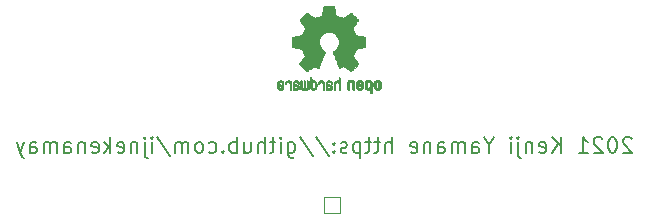
<source format=gbr>
%TF.GenerationSoftware,KiCad,Pcbnew,(5.1.9)-1*%
%TF.CreationDate,2022-01-01T02:22:56+09:00*%
%TF.ProjectId,DiodeORLogic,44696f64-654f-4524-9c6f-6769632e6b69,rev?*%
%TF.SameCoordinates,Original*%
%TF.FileFunction,Legend,Bot*%
%TF.FilePolarity,Positive*%
%FSLAX46Y46*%
G04 Gerber Fmt 4.6, Leading zero omitted, Abs format (unit mm)*
G04 Created by KiCad (PCBNEW (5.1.9)-1) date 2022-01-01 02:22:56*
%MOMM*%
%LPD*%
G01*
G04 APERTURE LIST*
%ADD10C,0.200000*%
%ADD11C,0.120000*%
%ADD12C,0.010000*%
G04 APERTURE END LIST*
D10*
X170120000Y-85761904D02*
X170058095Y-85700000D01*
X169934285Y-85638095D01*
X169624761Y-85638095D01*
X169500952Y-85700000D01*
X169439047Y-85761904D01*
X169377142Y-85885714D01*
X169377142Y-86009523D01*
X169439047Y-86195238D01*
X170181904Y-86938095D01*
X169377142Y-86938095D01*
X168572380Y-85638095D02*
X168448571Y-85638095D01*
X168324761Y-85700000D01*
X168262857Y-85761904D01*
X168200952Y-85885714D01*
X168139047Y-86133333D01*
X168139047Y-86442857D01*
X168200952Y-86690476D01*
X168262857Y-86814285D01*
X168324761Y-86876190D01*
X168448571Y-86938095D01*
X168572380Y-86938095D01*
X168696190Y-86876190D01*
X168758095Y-86814285D01*
X168820000Y-86690476D01*
X168881904Y-86442857D01*
X168881904Y-86133333D01*
X168820000Y-85885714D01*
X168758095Y-85761904D01*
X168696190Y-85700000D01*
X168572380Y-85638095D01*
X167643809Y-85761904D02*
X167581904Y-85700000D01*
X167458095Y-85638095D01*
X167148571Y-85638095D01*
X167024761Y-85700000D01*
X166962857Y-85761904D01*
X166900952Y-85885714D01*
X166900952Y-86009523D01*
X166962857Y-86195238D01*
X167705714Y-86938095D01*
X166900952Y-86938095D01*
X165662857Y-86938095D02*
X166405714Y-86938095D01*
X166034285Y-86938095D02*
X166034285Y-85638095D01*
X166158095Y-85823809D01*
X166281904Y-85947619D01*
X166405714Y-86009523D01*
X164115238Y-86938095D02*
X164115238Y-85638095D01*
X163372380Y-86938095D02*
X163929523Y-86195238D01*
X163372380Y-85638095D02*
X164115238Y-86380952D01*
X162320000Y-86876190D02*
X162443809Y-86938095D01*
X162691428Y-86938095D01*
X162815238Y-86876190D01*
X162877142Y-86752380D01*
X162877142Y-86257142D01*
X162815238Y-86133333D01*
X162691428Y-86071428D01*
X162443809Y-86071428D01*
X162320000Y-86133333D01*
X162258095Y-86257142D01*
X162258095Y-86380952D01*
X162877142Y-86504761D01*
X161700952Y-86071428D02*
X161700952Y-86938095D01*
X161700952Y-86195238D02*
X161639047Y-86133333D01*
X161515238Y-86071428D01*
X161329523Y-86071428D01*
X161205714Y-86133333D01*
X161143809Y-86257142D01*
X161143809Y-86938095D01*
X160524761Y-86071428D02*
X160524761Y-87185714D01*
X160586666Y-87309523D01*
X160710476Y-87371428D01*
X160772380Y-87371428D01*
X160524761Y-85638095D02*
X160586666Y-85700000D01*
X160524761Y-85761904D01*
X160462857Y-85700000D01*
X160524761Y-85638095D01*
X160524761Y-85761904D01*
X159905714Y-86938095D02*
X159905714Y-86071428D01*
X159905714Y-85638095D02*
X159967619Y-85700000D01*
X159905714Y-85761904D01*
X159843809Y-85700000D01*
X159905714Y-85638095D01*
X159905714Y-85761904D01*
X158048571Y-86319047D02*
X158048571Y-86938095D01*
X158481904Y-85638095D02*
X158048571Y-86319047D01*
X157615238Y-85638095D01*
X156624761Y-86938095D02*
X156624761Y-86257142D01*
X156686666Y-86133333D01*
X156810476Y-86071428D01*
X157058095Y-86071428D01*
X157181904Y-86133333D01*
X156624761Y-86876190D02*
X156748571Y-86938095D01*
X157058095Y-86938095D01*
X157181904Y-86876190D01*
X157243809Y-86752380D01*
X157243809Y-86628571D01*
X157181904Y-86504761D01*
X157058095Y-86442857D01*
X156748571Y-86442857D01*
X156624761Y-86380952D01*
X156005714Y-86938095D02*
X156005714Y-86071428D01*
X156005714Y-86195238D02*
X155943809Y-86133333D01*
X155820000Y-86071428D01*
X155634285Y-86071428D01*
X155510476Y-86133333D01*
X155448571Y-86257142D01*
X155448571Y-86938095D01*
X155448571Y-86257142D02*
X155386666Y-86133333D01*
X155262857Y-86071428D01*
X155077142Y-86071428D01*
X154953333Y-86133333D01*
X154891428Y-86257142D01*
X154891428Y-86938095D01*
X153715238Y-86938095D02*
X153715238Y-86257142D01*
X153777142Y-86133333D01*
X153900952Y-86071428D01*
X154148571Y-86071428D01*
X154272380Y-86133333D01*
X153715238Y-86876190D02*
X153839047Y-86938095D01*
X154148571Y-86938095D01*
X154272380Y-86876190D01*
X154334285Y-86752380D01*
X154334285Y-86628571D01*
X154272380Y-86504761D01*
X154148571Y-86442857D01*
X153839047Y-86442857D01*
X153715238Y-86380952D01*
X153096190Y-86071428D02*
X153096190Y-86938095D01*
X153096190Y-86195238D02*
X153034285Y-86133333D01*
X152910476Y-86071428D01*
X152724761Y-86071428D01*
X152600952Y-86133333D01*
X152539047Y-86257142D01*
X152539047Y-86938095D01*
X151424761Y-86876190D02*
X151548571Y-86938095D01*
X151796190Y-86938095D01*
X151920000Y-86876190D01*
X151981904Y-86752380D01*
X151981904Y-86257142D01*
X151920000Y-86133333D01*
X151796190Y-86071428D01*
X151548571Y-86071428D01*
X151424761Y-86133333D01*
X151362857Y-86257142D01*
X151362857Y-86380952D01*
X151981904Y-86504761D01*
X149815238Y-86938095D02*
X149815238Y-85638095D01*
X149258095Y-86938095D02*
X149258095Y-86257142D01*
X149320000Y-86133333D01*
X149443809Y-86071428D01*
X149629523Y-86071428D01*
X149753333Y-86133333D01*
X149815238Y-86195238D01*
X148824761Y-86071428D02*
X148329523Y-86071428D01*
X148639047Y-85638095D02*
X148639047Y-86752380D01*
X148577142Y-86876190D01*
X148453333Y-86938095D01*
X148329523Y-86938095D01*
X148081904Y-86071428D02*
X147586666Y-86071428D01*
X147896190Y-85638095D02*
X147896190Y-86752380D01*
X147834285Y-86876190D01*
X147710476Y-86938095D01*
X147586666Y-86938095D01*
X147153333Y-86071428D02*
X147153333Y-87371428D01*
X147153333Y-86133333D02*
X147029523Y-86071428D01*
X146781904Y-86071428D01*
X146658095Y-86133333D01*
X146596190Y-86195238D01*
X146534285Y-86319047D01*
X146534285Y-86690476D01*
X146596190Y-86814285D01*
X146658095Y-86876190D01*
X146781904Y-86938095D01*
X147029523Y-86938095D01*
X147153333Y-86876190D01*
X146039047Y-86876190D02*
X145915238Y-86938095D01*
X145667619Y-86938095D01*
X145543809Y-86876190D01*
X145481904Y-86752380D01*
X145481904Y-86690476D01*
X145543809Y-86566666D01*
X145667619Y-86504761D01*
X145853333Y-86504761D01*
X145977142Y-86442857D01*
X146039047Y-86319047D01*
X146039047Y-86257142D01*
X145977142Y-86133333D01*
X145853333Y-86071428D01*
X145667619Y-86071428D01*
X145543809Y-86133333D01*
X144924761Y-86814285D02*
X144862857Y-86876190D01*
X144924761Y-86938095D01*
X144986666Y-86876190D01*
X144924761Y-86814285D01*
X144924761Y-86938095D01*
X144924761Y-86133333D02*
X144862857Y-86195238D01*
X144924761Y-86257142D01*
X144986666Y-86195238D01*
X144924761Y-86133333D01*
X144924761Y-86257142D01*
X143377142Y-85576190D02*
X144491428Y-87247619D01*
X142015238Y-85576190D02*
X143129523Y-87247619D01*
X141024761Y-86071428D02*
X141024761Y-87123809D01*
X141086666Y-87247619D01*
X141148571Y-87309523D01*
X141272380Y-87371428D01*
X141458095Y-87371428D01*
X141581904Y-87309523D01*
X141024761Y-86876190D02*
X141148571Y-86938095D01*
X141396190Y-86938095D01*
X141520000Y-86876190D01*
X141581904Y-86814285D01*
X141643809Y-86690476D01*
X141643809Y-86319047D01*
X141581904Y-86195238D01*
X141520000Y-86133333D01*
X141396190Y-86071428D01*
X141148571Y-86071428D01*
X141024761Y-86133333D01*
X140405714Y-86938095D02*
X140405714Y-86071428D01*
X140405714Y-85638095D02*
X140467619Y-85700000D01*
X140405714Y-85761904D01*
X140343809Y-85700000D01*
X140405714Y-85638095D01*
X140405714Y-85761904D01*
X139972380Y-86071428D02*
X139477142Y-86071428D01*
X139786666Y-85638095D02*
X139786666Y-86752380D01*
X139724761Y-86876190D01*
X139600952Y-86938095D01*
X139477142Y-86938095D01*
X139043809Y-86938095D02*
X139043809Y-85638095D01*
X138486666Y-86938095D02*
X138486666Y-86257142D01*
X138548571Y-86133333D01*
X138672380Y-86071428D01*
X138858095Y-86071428D01*
X138981904Y-86133333D01*
X139043809Y-86195238D01*
X137310476Y-86071428D02*
X137310476Y-86938095D01*
X137867619Y-86071428D02*
X137867619Y-86752380D01*
X137805714Y-86876190D01*
X137681904Y-86938095D01*
X137496190Y-86938095D01*
X137372380Y-86876190D01*
X137310476Y-86814285D01*
X136691428Y-86938095D02*
X136691428Y-85638095D01*
X136691428Y-86133333D02*
X136567619Y-86071428D01*
X136319999Y-86071428D01*
X136196190Y-86133333D01*
X136134285Y-86195238D01*
X136072380Y-86319047D01*
X136072380Y-86690476D01*
X136134285Y-86814285D01*
X136196190Y-86876190D01*
X136319999Y-86938095D01*
X136567619Y-86938095D01*
X136691428Y-86876190D01*
X135515238Y-86814285D02*
X135453333Y-86876190D01*
X135515238Y-86938095D01*
X135577142Y-86876190D01*
X135515238Y-86814285D01*
X135515238Y-86938095D01*
X134339047Y-86876190D02*
X134462857Y-86938095D01*
X134710476Y-86938095D01*
X134834285Y-86876190D01*
X134896190Y-86814285D01*
X134958095Y-86690476D01*
X134958095Y-86319047D01*
X134896190Y-86195238D01*
X134834285Y-86133333D01*
X134710476Y-86071428D01*
X134462857Y-86071428D01*
X134339047Y-86133333D01*
X133596190Y-86938095D02*
X133719999Y-86876190D01*
X133781904Y-86814285D01*
X133843809Y-86690476D01*
X133843809Y-86319047D01*
X133781904Y-86195238D01*
X133719999Y-86133333D01*
X133596190Y-86071428D01*
X133410476Y-86071428D01*
X133286666Y-86133333D01*
X133224761Y-86195238D01*
X133162857Y-86319047D01*
X133162857Y-86690476D01*
X133224761Y-86814285D01*
X133286666Y-86876190D01*
X133410476Y-86938095D01*
X133596190Y-86938095D01*
X132605714Y-86938095D02*
X132605714Y-86071428D01*
X132605714Y-86195238D02*
X132543809Y-86133333D01*
X132419999Y-86071428D01*
X132234285Y-86071428D01*
X132110476Y-86133333D01*
X132048571Y-86257142D01*
X132048571Y-86938095D01*
X132048571Y-86257142D02*
X131986666Y-86133333D01*
X131862857Y-86071428D01*
X131677142Y-86071428D01*
X131553333Y-86133333D01*
X131491428Y-86257142D01*
X131491428Y-86938095D01*
X129943809Y-85576190D02*
X131058095Y-87247619D01*
X129510476Y-86938095D02*
X129510476Y-86071428D01*
X129510476Y-85638095D02*
X129572380Y-85700000D01*
X129510476Y-85761904D01*
X129448571Y-85700000D01*
X129510476Y-85638095D01*
X129510476Y-85761904D01*
X128891428Y-86071428D02*
X128891428Y-87185714D01*
X128953333Y-87309523D01*
X129077142Y-87371428D01*
X129139047Y-87371428D01*
X128891428Y-85638095D02*
X128953333Y-85700000D01*
X128891428Y-85761904D01*
X128829523Y-85700000D01*
X128891428Y-85638095D01*
X128891428Y-85761904D01*
X128272380Y-86071428D02*
X128272380Y-86938095D01*
X128272380Y-86195238D02*
X128210476Y-86133333D01*
X128086666Y-86071428D01*
X127900952Y-86071428D01*
X127777142Y-86133333D01*
X127715238Y-86257142D01*
X127715238Y-86938095D01*
X126600952Y-86876190D02*
X126724761Y-86938095D01*
X126972380Y-86938095D01*
X127096190Y-86876190D01*
X127158095Y-86752380D01*
X127158095Y-86257142D01*
X127096190Y-86133333D01*
X126972380Y-86071428D01*
X126724761Y-86071428D01*
X126600952Y-86133333D01*
X126539047Y-86257142D01*
X126539047Y-86380952D01*
X127158095Y-86504761D01*
X125981904Y-86938095D02*
X125981904Y-85638095D01*
X125858095Y-86442857D02*
X125486666Y-86938095D01*
X125486666Y-86071428D02*
X125981904Y-86566666D01*
X124434285Y-86876190D02*
X124558095Y-86938095D01*
X124805714Y-86938095D01*
X124929523Y-86876190D01*
X124991428Y-86752380D01*
X124991428Y-86257142D01*
X124929523Y-86133333D01*
X124805714Y-86071428D01*
X124558095Y-86071428D01*
X124434285Y-86133333D01*
X124372380Y-86257142D01*
X124372380Y-86380952D01*
X124991428Y-86504761D01*
X123815238Y-86071428D02*
X123815238Y-86938095D01*
X123815238Y-86195238D02*
X123753333Y-86133333D01*
X123629523Y-86071428D01*
X123443809Y-86071428D01*
X123319999Y-86133333D01*
X123258095Y-86257142D01*
X123258095Y-86938095D01*
X122081904Y-86938095D02*
X122081904Y-86257142D01*
X122143809Y-86133333D01*
X122267619Y-86071428D01*
X122515238Y-86071428D01*
X122639047Y-86133333D01*
X122081904Y-86876190D02*
X122205714Y-86938095D01*
X122515238Y-86938095D01*
X122639047Y-86876190D01*
X122700952Y-86752380D01*
X122700952Y-86628571D01*
X122639047Y-86504761D01*
X122515238Y-86442857D01*
X122205714Y-86442857D01*
X122081904Y-86380952D01*
X121462857Y-86938095D02*
X121462857Y-86071428D01*
X121462857Y-86195238D02*
X121400952Y-86133333D01*
X121277142Y-86071428D01*
X121091428Y-86071428D01*
X120967619Y-86133333D01*
X120905714Y-86257142D01*
X120905714Y-86938095D01*
X120905714Y-86257142D02*
X120843809Y-86133333D01*
X120719999Y-86071428D01*
X120534285Y-86071428D01*
X120410476Y-86133333D01*
X120348571Y-86257142D01*
X120348571Y-86938095D01*
X119172380Y-86938095D02*
X119172380Y-86257142D01*
X119234285Y-86133333D01*
X119358095Y-86071428D01*
X119605714Y-86071428D01*
X119729523Y-86133333D01*
X119172380Y-86876190D02*
X119296190Y-86938095D01*
X119605714Y-86938095D01*
X119729523Y-86876190D01*
X119791428Y-86752380D01*
X119791428Y-86628571D01*
X119729523Y-86504761D01*
X119605714Y-86442857D01*
X119296190Y-86442857D01*
X119172380Y-86380952D01*
X118677142Y-86071428D02*
X118367619Y-86938095D01*
X118058095Y-86071428D02*
X118367619Y-86938095D01*
X118491428Y-87247619D01*
X118553333Y-87309523D01*
X118677142Y-87371428D01*
D11*
%TO.C,REF1*%
X144050000Y-90650000D02*
X144050000Y-92050000D01*
X145450000Y-90650000D02*
X144050000Y-90650000D01*
X145450000Y-92050000D02*
X145450000Y-90650000D01*
X144050000Y-92050000D02*
X145450000Y-92050000D01*
D12*
%TO.C,REF\u002A\u002A*%
G36*
X144350122Y-74477776D02*
G01*
X144244388Y-74478355D01*
X144167868Y-74479922D01*
X144115628Y-74482972D01*
X144082737Y-74487996D01*
X144064263Y-74495489D01*
X144055273Y-74505944D01*
X144050837Y-74519853D01*
X144050406Y-74521654D01*
X144043667Y-74554145D01*
X144031192Y-74618252D01*
X144014281Y-74707151D01*
X143994229Y-74814019D01*
X143972336Y-74932033D01*
X143971571Y-74936178D01*
X143949641Y-75051831D01*
X143929123Y-75154014D01*
X143911341Y-75236598D01*
X143897619Y-75293456D01*
X143889282Y-75318458D01*
X143888884Y-75318901D01*
X143864323Y-75331110D01*
X143813685Y-75351456D01*
X143747905Y-75375545D01*
X143747539Y-75375674D01*
X143664683Y-75406818D01*
X143567000Y-75446491D01*
X143474923Y-75486381D01*
X143470566Y-75488353D01*
X143320593Y-75556420D01*
X142988502Y-75329639D01*
X142886626Y-75260504D01*
X142794343Y-75198697D01*
X142716997Y-75147733D01*
X142659936Y-75111127D01*
X142628505Y-75092394D01*
X142625521Y-75091004D01*
X142602679Y-75097190D01*
X142560018Y-75127035D01*
X142495872Y-75181947D01*
X142408579Y-75263334D01*
X142319465Y-75349922D01*
X142233559Y-75435247D01*
X142156673Y-75513108D01*
X142093436Y-75578697D01*
X142048477Y-75627205D01*
X142026424Y-75653825D01*
X142025604Y-75655195D01*
X142023166Y-75673463D01*
X142032350Y-75703295D01*
X142055426Y-75748721D01*
X142094663Y-75813770D01*
X142152330Y-75902470D01*
X142229205Y-76016657D01*
X142297430Y-76117162D01*
X142358418Y-76207303D01*
X142408644Y-76281849D01*
X142444584Y-76335565D01*
X142462713Y-76363218D01*
X142463854Y-76365095D01*
X142461641Y-76391590D01*
X142444862Y-76443086D01*
X142416858Y-76509851D01*
X142406878Y-76531172D01*
X142363328Y-76626159D01*
X142316866Y-76733937D01*
X142279123Y-76827192D01*
X142251927Y-76896406D01*
X142230325Y-76949006D01*
X142217842Y-76976497D01*
X142216291Y-76978616D01*
X142193332Y-76982124D01*
X142139214Y-76991738D01*
X142061132Y-77006089D01*
X141966281Y-77023807D01*
X141861857Y-77043525D01*
X141755056Y-77063874D01*
X141653074Y-77083486D01*
X141563106Y-77100991D01*
X141492347Y-77115022D01*
X141447994Y-77124209D01*
X141437115Y-77126807D01*
X141425878Y-77133218D01*
X141417395Y-77147697D01*
X141411286Y-77175133D01*
X141407168Y-77220411D01*
X141404659Y-77288420D01*
X141403379Y-77384047D01*
X141402946Y-77512180D01*
X141402923Y-77564701D01*
X141402923Y-77991845D01*
X141505500Y-78012091D01*
X141562569Y-78023070D01*
X141647731Y-78039095D01*
X141750628Y-78058233D01*
X141860904Y-78078551D01*
X141891385Y-78084132D01*
X141993145Y-78103917D01*
X142081795Y-78123373D01*
X142149892Y-78140697D01*
X142189996Y-78154088D01*
X142196677Y-78158079D01*
X142213081Y-78186342D01*
X142236601Y-78241109D01*
X142262684Y-78311588D01*
X142267858Y-78326769D01*
X142302044Y-78420896D01*
X142344477Y-78527101D01*
X142386003Y-78622473D01*
X142386208Y-78622916D01*
X142455360Y-78772525D01*
X142000488Y-79441617D01*
X142292500Y-79734116D01*
X142380820Y-79821170D01*
X142461375Y-79897909D01*
X142529640Y-79960237D01*
X142581092Y-80004056D01*
X142611206Y-80025270D01*
X142615526Y-80026616D01*
X142640889Y-80016016D01*
X142692642Y-79986547D01*
X142765132Y-79941705D01*
X142852706Y-79884984D01*
X142947388Y-79821462D01*
X143043484Y-79756668D01*
X143129163Y-79700287D01*
X143198984Y-79655788D01*
X143247506Y-79626639D01*
X143269218Y-79616308D01*
X143295707Y-79625050D01*
X143345938Y-79648087D01*
X143409549Y-79680631D01*
X143416292Y-79684249D01*
X143501954Y-79727210D01*
X143560694Y-79748279D01*
X143597228Y-79748503D01*
X143616269Y-79728928D01*
X143616380Y-79728654D01*
X143625898Y-79705472D01*
X143648597Y-79650441D01*
X143682718Y-79567822D01*
X143726500Y-79461872D01*
X143778184Y-79336852D01*
X143836008Y-79197020D01*
X143892009Y-79061637D01*
X143953553Y-78912234D01*
X144010061Y-78773832D01*
X144059839Y-78650673D01*
X144101194Y-78547002D01*
X144132432Y-78467059D01*
X144151859Y-78415088D01*
X144157846Y-78395692D01*
X144142832Y-78373443D01*
X144103561Y-78337982D01*
X144051193Y-78298887D01*
X143902059Y-78175245D01*
X143785489Y-78033522D01*
X143702882Y-77876704D01*
X143655634Y-77707775D01*
X143645143Y-77529722D01*
X143652769Y-77447539D01*
X143694318Y-77277031D01*
X143765877Y-77126459D01*
X143863005Y-76997309D01*
X143981266Y-76891064D01*
X144116220Y-76809210D01*
X144263429Y-76753232D01*
X144418456Y-76724615D01*
X144576861Y-76724844D01*
X144734206Y-76755405D01*
X144886054Y-76817782D01*
X145027965Y-76913460D01*
X145087197Y-76967572D01*
X145200797Y-77106520D01*
X145279894Y-77258361D01*
X145325014Y-77418667D01*
X145336684Y-77583012D01*
X145315431Y-77746971D01*
X145261780Y-77906118D01*
X145176260Y-78056025D01*
X145059395Y-78192267D01*
X144928807Y-78298887D01*
X144874412Y-78339642D01*
X144835986Y-78374718D01*
X144822154Y-78395726D01*
X144829397Y-78418635D01*
X144849995Y-78473365D01*
X144882254Y-78555672D01*
X144924479Y-78661315D01*
X144974977Y-78786050D01*
X145032052Y-78925636D01*
X145088146Y-79061670D01*
X145150033Y-79211201D01*
X145207356Y-79349767D01*
X145258356Y-79473107D01*
X145301273Y-79576964D01*
X145334347Y-79657080D01*
X145355819Y-79709195D01*
X145363775Y-79728654D01*
X145382571Y-79748423D01*
X145418926Y-79748365D01*
X145477521Y-79727441D01*
X145563032Y-79684613D01*
X145563708Y-79684249D01*
X145628093Y-79651012D01*
X145680139Y-79626802D01*
X145709488Y-79616404D01*
X145710783Y-79616308D01*
X145732876Y-79626855D01*
X145781652Y-79656184D01*
X145851669Y-79700827D01*
X145937486Y-79757314D01*
X146032612Y-79821462D01*
X146129460Y-79886411D01*
X146216747Y-79942896D01*
X146288819Y-79987421D01*
X146340023Y-80016490D01*
X146364474Y-80026616D01*
X146386990Y-80013307D01*
X146432258Y-79976112D01*
X146495756Y-79919128D01*
X146572961Y-79846449D01*
X146659349Y-79762171D01*
X146687601Y-79734016D01*
X146979713Y-79441416D01*
X146757369Y-79115104D01*
X146689798Y-79014897D01*
X146630493Y-78924963D01*
X146582783Y-78850510D01*
X146549993Y-78796751D01*
X146535452Y-78768894D01*
X146535026Y-78766912D01*
X146542692Y-78740655D01*
X146563311Y-78687837D01*
X146593315Y-78617310D01*
X146614375Y-78570093D01*
X146653752Y-78479694D01*
X146690835Y-78388366D01*
X146719585Y-78311200D01*
X146727395Y-78287692D01*
X146749583Y-78224916D01*
X146771273Y-78176411D01*
X146783187Y-78158079D01*
X146809477Y-78146859D01*
X146866858Y-78130954D01*
X146947882Y-78112167D01*
X147045105Y-78092299D01*
X147088615Y-78084132D01*
X147199104Y-78063829D01*
X147305084Y-78044170D01*
X147396199Y-78027088D01*
X147462092Y-78014518D01*
X147474500Y-78012091D01*
X147577077Y-77991845D01*
X147577077Y-77564701D01*
X147576847Y-77424246D01*
X147575901Y-77317979D01*
X147573859Y-77241013D01*
X147570338Y-77188460D01*
X147564957Y-77155433D01*
X147557334Y-77137045D01*
X147547088Y-77128408D01*
X147542885Y-77126807D01*
X147517530Y-77121127D01*
X147461516Y-77109795D01*
X147382036Y-77094179D01*
X147286288Y-77075647D01*
X147181467Y-77055569D01*
X147074768Y-77035312D01*
X146973387Y-77016246D01*
X146884521Y-76999739D01*
X146815363Y-76987159D01*
X146773111Y-76979875D01*
X146763710Y-76978616D01*
X146755193Y-76961763D01*
X146736340Y-76916870D01*
X146710676Y-76852430D01*
X146700877Y-76827192D01*
X146661352Y-76729686D01*
X146614808Y-76621959D01*
X146573123Y-76531172D01*
X146542450Y-76461753D01*
X146522044Y-76404710D01*
X146515232Y-76369777D01*
X146516318Y-76365095D01*
X146530715Y-76342991D01*
X146563588Y-76293831D01*
X146611410Y-76222848D01*
X146670652Y-76135278D01*
X146737785Y-76036357D01*
X146751059Y-76016830D01*
X146828954Y-75901140D01*
X146886213Y-75813044D01*
X146925119Y-75748486D01*
X146947956Y-75703411D01*
X146957006Y-75673763D01*
X146954552Y-75655485D01*
X146954489Y-75655369D01*
X146935173Y-75631361D01*
X146892449Y-75584947D01*
X146830949Y-75520937D01*
X146755302Y-75444145D01*
X146670139Y-75359382D01*
X146660535Y-75349922D01*
X146553210Y-75245989D01*
X146470385Y-75169675D01*
X146410395Y-75119571D01*
X146371577Y-75094270D01*
X146354480Y-75091004D01*
X146329527Y-75105250D01*
X146277745Y-75138156D01*
X146204480Y-75186208D01*
X146115080Y-75245890D01*
X146014889Y-75313688D01*
X145991499Y-75329639D01*
X145659407Y-75556420D01*
X145509435Y-75488353D01*
X145418230Y-75448685D01*
X145320331Y-75408791D01*
X145236169Y-75376983D01*
X145232462Y-75375674D01*
X145166631Y-75351576D01*
X145115884Y-75331200D01*
X145091158Y-75318936D01*
X145091116Y-75318901D01*
X145083271Y-75296734D01*
X145069934Y-75242217D01*
X145052430Y-75161480D01*
X145032083Y-75060650D01*
X145010218Y-74945856D01*
X145008429Y-74936178D01*
X144986496Y-74817904D01*
X144966360Y-74710542D01*
X144949320Y-74620917D01*
X144936672Y-74555851D01*
X144929716Y-74522168D01*
X144929594Y-74521654D01*
X144925361Y-74507325D01*
X144917129Y-74496507D01*
X144899967Y-74488706D01*
X144868942Y-74483429D01*
X144819122Y-74480182D01*
X144745576Y-74478472D01*
X144643371Y-74477807D01*
X144507575Y-74477693D01*
X144490000Y-74477692D01*
X144350122Y-74477776D01*
G37*
X144350122Y-74477776D02*
X144244388Y-74478355D01*
X144167868Y-74479922D01*
X144115628Y-74482972D01*
X144082737Y-74487996D01*
X144064263Y-74495489D01*
X144055273Y-74505944D01*
X144050837Y-74519853D01*
X144050406Y-74521654D01*
X144043667Y-74554145D01*
X144031192Y-74618252D01*
X144014281Y-74707151D01*
X143994229Y-74814019D01*
X143972336Y-74932033D01*
X143971571Y-74936178D01*
X143949641Y-75051831D01*
X143929123Y-75154014D01*
X143911341Y-75236598D01*
X143897619Y-75293456D01*
X143889282Y-75318458D01*
X143888884Y-75318901D01*
X143864323Y-75331110D01*
X143813685Y-75351456D01*
X143747905Y-75375545D01*
X143747539Y-75375674D01*
X143664683Y-75406818D01*
X143567000Y-75446491D01*
X143474923Y-75486381D01*
X143470566Y-75488353D01*
X143320593Y-75556420D01*
X142988502Y-75329639D01*
X142886626Y-75260504D01*
X142794343Y-75198697D01*
X142716997Y-75147733D01*
X142659936Y-75111127D01*
X142628505Y-75092394D01*
X142625521Y-75091004D01*
X142602679Y-75097190D01*
X142560018Y-75127035D01*
X142495872Y-75181947D01*
X142408579Y-75263334D01*
X142319465Y-75349922D01*
X142233559Y-75435247D01*
X142156673Y-75513108D01*
X142093436Y-75578697D01*
X142048477Y-75627205D01*
X142026424Y-75653825D01*
X142025604Y-75655195D01*
X142023166Y-75673463D01*
X142032350Y-75703295D01*
X142055426Y-75748721D01*
X142094663Y-75813770D01*
X142152330Y-75902470D01*
X142229205Y-76016657D01*
X142297430Y-76117162D01*
X142358418Y-76207303D01*
X142408644Y-76281849D01*
X142444584Y-76335565D01*
X142462713Y-76363218D01*
X142463854Y-76365095D01*
X142461641Y-76391590D01*
X142444862Y-76443086D01*
X142416858Y-76509851D01*
X142406878Y-76531172D01*
X142363328Y-76626159D01*
X142316866Y-76733937D01*
X142279123Y-76827192D01*
X142251927Y-76896406D01*
X142230325Y-76949006D01*
X142217842Y-76976497D01*
X142216291Y-76978616D01*
X142193332Y-76982124D01*
X142139214Y-76991738D01*
X142061132Y-77006089D01*
X141966281Y-77023807D01*
X141861857Y-77043525D01*
X141755056Y-77063874D01*
X141653074Y-77083486D01*
X141563106Y-77100991D01*
X141492347Y-77115022D01*
X141447994Y-77124209D01*
X141437115Y-77126807D01*
X141425878Y-77133218D01*
X141417395Y-77147697D01*
X141411286Y-77175133D01*
X141407168Y-77220411D01*
X141404659Y-77288420D01*
X141403379Y-77384047D01*
X141402946Y-77512180D01*
X141402923Y-77564701D01*
X141402923Y-77991845D01*
X141505500Y-78012091D01*
X141562569Y-78023070D01*
X141647731Y-78039095D01*
X141750628Y-78058233D01*
X141860904Y-78078551D01*
X141891385Y-78084132D01*
X141993145Y-78103917D01*
X142081795Y-78123373D01*
X142149892Y-78140697D01*
X142189996Y-78154088D01*
X142196677Y-78158079D01*
X142213081Y-78186342D01*
X142236601Y-78241109D01*
X142262684Y-78311588D01*
X142267858Y-78326769D01*
X142302044Y-78420896D01*
X142344477Y-78527101D01*
X142386003Y-78622473D01*
X142386208Y-78622916D01*
X142455360Y-78772525D01*
X142000488Y-79441617D01*
X142292500Y-79734116D01*
X142380820Y-79821170D01*
X142461375Y-79897909D01*
X142529640Y-79960237D01*
X142581092Y-80004056D01*
X142611206Y-80025270D01*
X142615526Y-80026616D01*
X142640889Y-80016016D01*
X142692642Y-79986547D01*
X142765132Y-79941705D01*
X142852706Y-79884984D01*
X142947388Y-79821462D01*
X143043484Y-79756668D01*
X143129163Y-79700287D01*
X143198984Y-79655788D01*
X143247506Y-79626639D01*
X143269218Y-79616308D01*
X143295707Y-79625050D01*
X143345938Y-79648087D01*
X143409549Y-79680631D01*
X143416292Y-79684249D01*
X143501954Y-79727210D01*
X143560694Y-79748279D01*
X143597228Y-79748503D01*
X143616269Y-79728928D01*
X143616380Y-79728654D01*
X143625898Y-79705472D01*
X143648597Y-79650441D01*
X143682718Y-79567822D01*
X143726500Y-79461872D01*
X143778184Y-79336852D01*
X143836008Y-79197020D01*
X143892009Y-79061637D01*
X143953553Y-78912234D01*
X144010061Y-78773832D01*
X144059839Y-78650673D01*
X144101194Y-78547002D01*
X144132432Y-78467059D01*
X144151859Y-78415088D01*
X144157846Y-78395692D01*
X144142832Y-78373443D01*
X144103561Y-78337982D01*
X144051193Y-78298887D01*
X143902059Y-78175245D01*
X143785489Y-78033522D01*
X143702882Y-77876704D01*
X143655634Y-77707775D01*
X143645143Y-77529722D01*
X143652769Y-77447539D01*
X143694318Y-77277031D01*
X143765877Y-77126459D01*
X143863005Y-76997309D01*
X143981266Y-76891064D01*
X144116220Y-76809210D01*
X144263429Y-76753232D01*
X144418456Y-76724615D01*
X144576861Y-76724844D01*
X144734206Y-76755405D01*
X144886054Y-76817782D01*
X145027965Y-76913460D01*
X145087197Y-76967572D01*
X145200797Y-77106520D01*
X145279894Y-77258361D01*
X145325014Y-77418667D01*
X145336684Y-77583012D01*
X145315431Y-77746971D01*
X145261780Y-77906118D01*
X145176260Y-78056025D01*
X145059395Y-78192267D01*
X144928807Y-78298887D01*
X144874412Y-78339642D01*
X144835986Y-78374718D01*
X144822154Y-78395726D01*
X144829397Y-78418635D01*
X144849995Y-78473365D01*
X144882254Y-78555672D01*
X144924479Y-78661315D01*
X144974977Y-78786050D01*
X145032052Y-78925636D01*
X145088146Y-79061670D01*
X145150033Y-79211201D01*
X145207356Y-79349767D01*
X145258356Y-79473107D01*
X145301273Y-79576964D01*
X145334347Y-79657080D01*
X145355819Y-79709195D01*
X145363775Y-79728654D01*
X145382571Y-79748423D01*
X145418926Y-79748365D01*
X145477521Y-79727441D01*
X145563032Y-79684613D01*
X145563708Y-79684249D01*
X145628093Y-79651012D01*
X145680139Y-79626802D01*
X145709488Y-79616404D01*
X145710783Y-79616308D01*
X145732876Y-79626855D01*
X145781652Y-79656184D01*
X145851669Y-79700827D01*
X145937486Y-79757314D01*
X146032612Y-79821462D01*
X146129460Y-79886411D01*
X146216747Y-79942896D01*
X146288819Y-79987421D01*
X146340023Y-80016490D01*
X146364474Y-80026616D01*
X146386990Y-80013307D01*
X146432258Y-79976112D01*
X146495756Y-79919128D01*
X146572961Y-79846449D01*
X146659349Y-79762171D01*
X146687601Y-79734016D01*
X146979713Y-79441416D01*
X146757369Y-79115104D01*
X146689798Y-79014897D01*
X146630493Y-78924963D01*
X146582783Y-78850510D01*
X146549993Y-78796751D01*
X146535452Y-78768894D01*
X146535026Y-78766912D01*
X146542692Y-78740655D01*
X146563311Y-78687837D01*
X146593315Y-78617310D01*
X146614375Y-78570093D01*
X146653752Y-78479694D01*
X146690835Y-78388366D01*
X146719585Y-78311200D01*
X146727395Y-78287692D01*
X146749583Y-78224916D01*
X146771273Y-78176411D01*
X146783187Y-78158079D01*
X146809477Y-78146859D01*
X146866858Y-78130954D01*
X146947882Y-78112167D01*
X147045105Y-78092299D01*
X147088615Y-78084132D01*
X147199104Y-78063829D01*
X147305084Y-78044170D01*
X147396199Y-78027088D01*
X147462092Y-78014518D01*
X147474500Y-78012091D01*
X147577077Y-77991845D01*
X147577077Y-77564701D01*
X147576847Y-77424246D01*
X147575901Y-77317979D01*
X147573859Y-77241013D01*
X147570338Y-77188460D01*
X147564957Y-77155433D01*
X147557334Y-77137045D01*
X147547088Y-77128408D01*
X147542885Y-77126807D01*
X147517530Y-77121127D01*
X147461516Y-77109795D01*
X147382036Y-77094179D01*
X147286288Y-77075647D01*
X147181467Y-77055569D01*
X147074768Y-77035312D01*
X146973387Y-77016246D01*
X146884521Y-76999739D01*
X146815363Y-76987159D01*
X146773111Y-76979875D01*
X146763710Y-76978616D01*
X146755193Y-76961763D01*
X146736340Y-76916870D01*
X146710676Y-76852430D01*
X146700877Y-76827192D01*
X146661352Y-76729686D01*
X146614808Y-76621959D01*
X146573123Y-76531172D01*
X146542450Y-76461753D01*
X146522044Y-76404710D01*
X146515232Y-76369777D01*
X146516318Y-76365095D01*
X146530715Y-76342991D01*
X146563588Y-76293831D01*
X146611410Y-76222848D01*
X146670652Y-76135278D01*
X146737785Y-76036357D01*
X146751059Y-76016830D01*
X146828954Y-75901140D01*
X146886213Y-75813044D01*
X146925119Y-75748486D01*
X146947956Y-75703411D01*
X146957006Y-75673763D01*
X146954552Y-75655485D01*
X146954489Y-75655369D01*
X146935173Y-75631361D01*
X146892449Y-75584947D01*
X146830949Y-75520937D01*
X146755302Y-75444145D01*
X146670139Y-75359382D01*
X146660535Y-75349922D01*
X146553210Y-75245989D01*
X146470385Y-75169675D01*
X146410395Y-75119571D01*
X146371577Y-75094270D01*
X146354480Y-75091004D01*
X146329527Y-75105250D01*
X146277745Y-75138156D01*
X146204480Y-75186208D01*
X146115080Y-75245890D01*
X146014889Y-75313688D01*
X145991499Y-75329639D01*
X145659407Y-75556420D01*
X145509435Y-75488353D01*
X145418230Y-75448685D01*
X145320331Y-75408791D01*
X145236169Y-75376983D01*
X145232462Y-75375674D01*
X145166631Y-75351576D01*
X145115884Y-75331200D01*
X145091158Y-75318936D01*
X145091116Y-75318901D01*
X145083271Y-75296734D01*
X145069934Y-75242217D01*
X145052430Y-75161480D01*
X145032083Y-75060650D01*
X145010218Y-74945856D01*
X145008429Y-74936178D01*
X144986496Y-74817904D01*
X144966360Y-74710542D01*
X144949320Y-74620917D01*
X144936672Y-74555851D01*
X144929716Y-74522168D01*
X144929594Y-74521654D01*
X144925361Y-74507325D01*
X144917129Y-74496507D01*
X144899967Y-74488706D01*
X144868942Y-74483429D01*
X144819122Y-74480182D01*
X144745576Y-74478472D01*
X144643371Y-74477807D01*
X144507575Y-74477693D01*
X144490000Y-74477692D01*
X144350122Y-74477776D01*
G36*
X140244776Y-80837838D02*
G01*
X140167472Y-80888361D01*
X140130186Y-80933590D01*
X140100647Y-81015663D01*
X140098301Y-81080607D01*
X140103615Y-81167445D01*
X140303885Y-81255103D01*
X140401261Y-81299887D01*
X140464887Y-81335913D01*
X140497971Y-81367117D01*
X140503720Y-81397436D01*
X140485342Y-81430805D01*
X140465077Y-81452923D01*
X140406111Y-81488393D01*
X140341976Y-81490879D01*
X140283074Y-81463235D01*
X140239803Y-81408320D01*
X140232064Y-81388928D01*
X140194994Y-81328364D01*
X140152346Y-81302552D01*
X140093846Y-81280471D01*
X140093846Y-81364184D01*
X140099018Y-81421150D01*
X140119277Y-81469189D01*
X140161738Y-81524346D01*
X140168049Y-81531514D01*
X140215280Y-81580585D01*
X140255879Y-81606920D01*
X140306672Y-81619035D01*
X140348780Y-81623003D01*
X140424098Y-81623991D01*
X140477714Y-81611466D01*
X140511162Y-81592869D01*
X140563732Y-81551975D01*
X140600121Y-81507748D01*
X140623150Y-81452126D01*
X140635641Y-81377047D01*
X140640413Y-81274449D01*
X140640794Y-81222376D01*
X140639499Y-81159948D01*
X140521529Y-81159948D01*
X140520161Y-81193438D01*
X140516751Y-81198923D01*
X140494247Y-81191472D01*
X140445818Y-81171753D01*
X140381092Y-81143718D01*
X140367557Y-81137692D01*
X140285756Y-81096096D01*
X140240688Y-81059538D01*
X140230783Y-81025296D01*
X140254474Y-80990648D01*
X140274040Y-80975339D01*
X140344640Y-80944721D01*
X140410720Y-80949780D01*
X140466041Y-80987151D01*
X140504364Y-81053473D01*
X140516651Y-81106116D01*
X140521529Y-81159948D01*
X140639499Y-81159948D01*
X140638270Y-81100720D01*
X140628968Y-81010710D01*
X140610540Y-80945167D01*
X140580640Y-80896912D01*
X140536920Y-80858767D01*
X140517859Y-80846440D01*
X140431274Y-80814336D01*
X140336478Y-80812316D01*
X140244776Y-80837838D01*
G37*
X140244776Y-80837838D02*
X140167472Y-80888361D01*
X140130186Y-80933590D01*
X140100647Y-81015663D01*
X140098301Y-81080607D01*
X140103615Y-81167445D01*
X140303885Y-81255103D01*
X140401261Y-81299887D01*
X140464887Y-81335913D01*
X140497971Y-81367117D01*
X140503720Y-81397436D01*
X140485342Y-81430805D01*
X140465077Y-81452923D01*
X140406111Y-81488393D01*
X140341976Y-81490879D01*
X140283074Y-81463235D01*
X140239803Y-81408320D01*
X140232064Y-81388928D01*
X140194994Y-81328364D01*
X140152346Y-81302552D01*
X140093846Y-81280471D01*
X140093846Y-81364184D01*
X140099018Y-81421150D01*
X140119277Y-81469189D01*
X140161738Y-81524346D01*
X140168049Y-81531514D01*
X140215280Y-81580585D01*
X140255879Y-81606920D01*
X140306672Y-81619035D01*
X140348780Y-81623003D01*
X140424098Y-81623991D01*
X140477714Y-81611466D01*
X140511162Y-81592869D01*
X140563732Y-81551975D01*
X140600121Y-81507748D01*
X140623150Y-81452126D01*
X140635641Y-81377047D01*
X140640413Y-81274449D01*
X140640794Y-81222376D01*
X140639499Y-81159948D01*
X140521529Y-81159948D01*
X140520161Y-81193438D01*
X140516751Y-81198923D01*
X140494247Y-81191472D01*
X140445818Y-81171753D01*
X140381092Y-81143718D01*
X140367557Y-81137692D01*
X140285756Y-81096096D01*
X140240688Y-81059538D01*
X140230783Y-81025296D01*
X140254474Y-80990648D01*
X140274040Y-80975339D01*
X140344640Y-80944721D01*
X140410720Y-80949780D01*
X140466041Y-80987151D01*
X140504364Y-81053473D01*
X140516651Y-81106116D01*
X140521529Y-81159948D01*
X140639499Y-81159948D01*
X140638270Y-81100720D01*
X140628968Y-81010710D01*
X140610540Y-80945167D01*
X140580640Y-80896912D01*
X140536920Y-80858767D01*
X140517859Y-80846440D01*
X140431274Y-80814336D01*
X140336478Y-80812316D01*
X140244776Y-80837838D01*
G36*
X140919193Y-80826782D02*
G01*
X140895839Y-80836988D01*
X140840098Y-80881134D01*
X140792431Y-80944967D01*
X140762952Y-81013087D01*
X140758154Y-81046670D01*
X140774240Y-81093556D01*
X140809525Y-81118365D01*
X140847356Y-81133387D01*
X140864679Y-81136155D01*
X140873114Y-81116066D01*
X140889770Y-81072351D01*
X140897077Y-81052598D01*
X140938052Y-80984271D01*
X140997378Y-80950191D01*
X141073448Y-80951239D01*
X141079082Y-80952581D01*
X141119695Y-80971836D01*
X141149552Y-81009375D01*
X141169945Y-81069809D01*
X141182164Y-81157751D01*
X141187500Y-81277813D01*
X141188000Y-81341698D01*
X141188248Y-81442403D01*
X141189874Y-81511054D01*
X141194199Y-81554673D01*
X141202546Y-81580282D01*
X141216235Y-81594903D01*
X141236589Y-81605558D01*
X141237766Y-81606095D01*
X141276962Y-81622667D01*
X141296381Y-81628769D01*
X141299365Y-81610319D01*
X141301919Y-81559323D01*
X141303860Y-81482308D01*
X141305003Y-81385805D01*
X141305231Y-81315184D01*
X141304068Y-81178525D01*
X141299521Y-81074851D01*
X141290001Y-80998108D01*
X141273919Y-80942246D01*
X141249687Y-80901212D01*
X141215714Y-80868954D01*
X141182167Y-80846440D01*
X141101501Y-80816476D01*
X141007619Y-80809718D01*
X140919193Y-80826782D01*
G37*
X140919193Y-80826782D02*
X140895839Y-80836988D01*
X140840098Y-80881134D01*
X140792431Y-80944967D01*
X140762952Y-81013087D01*
X140758154Y-81046670D01*
X140774240Y-81093556D01*
X140809525Y-81118365D01*
X140847356Y-81133387D01*
X140864679Y-81136155D01*
X140873114Y-81116066D01*
X140889770Y-81072351D01*
X140897077Y-81052598D01*
X140938052Y-80984271D01*
X140997378Y-80950191D01*
X141073448Y-80951239D01*
X141079082Y-80952581D01*
X141119695Y-80971836D01*
X141149552Y-81009375D01*
X141169945Y-81069809D01*
X141182164Y-81157751D01*
X141187500Y-81277813D01*
X141188000Y-81341698D01*
X141188248Y-81442403D01*
X141189874Y-81511054D01*
X141194199Y-81554673D01*
X141202546Y-81580282D01*
X141216235Y-81594903D01*
X141236589Y-81605558D01*
X141237766Y-81606095D01*
X141276962Y-81622667D01*
X141296381Y-81628769D01*
X141299365Y-81610319D01*
X141301919Y-81559323D01*
X141303860Y-81482308D01*
X141305003Y-81385805D01*
X141305231Y-81315184D01*
X141304068Y-81178525D01*
X141299521Y-81074851D01*
X141290001Y-80998108D01*
X141273919Y-80942246D01*
X141249687Y-80901212D01*
X141215714Y-80868954D01*
X141182167Y-80846440D01*
X141101501Y-80816476D01*
X141007619Y-80809718D01*
X140919193Y-80826782D01*
G36*
X141602667Y-80823528D02*
G01*
X141546410Y-80849117D01*
X141502253Y-80880124D01*
X141469899Y-80914795D01*
X141447562Y-80959520D01*
X141433454Y-81020692D01*
X141425789Y-81104701D01*
X141422780Y-81217940D01*
X141422462Y-81292509D01*
X141422462Y-81583420D01*
X141472227Y-81606095D01*
X141511424Y-81622667D01*
X141530843Y-81628769D01*
X141534558Y-81610610D01*
X141537505Y-81561648D01*
X141539309Y-81490153D01*
X141539692Y-81433385D01*
X141541339Y-81351371D01*
X141545778Y-81286309D01*
X141552260Y-81246467D01*
X141557410Y-81238000D01*
X141592023Y-81246646D01*
X141646360Y-81268823D01*
X141709278Y-81298886D01*
X141769632Y-81331192D01*
X141816279Y-81360098D01*
X141838074Y-81379961D01*
X141838161Y-81380175D01*
X141836286Y-81416935D01*
X141819475Y-81452026D01*
X141789961Y-81480528D01*
X141746884Y-81490061D01*
X141710068Y-81488950D01*
X141657926Y-81488133D01*
X141630556Y-81500349D01*
X141614118Y-81532624D01*
X141612045Y-81538710D01*
X141604919Y-81584739D01*
X141623976Y-81612687D01*
X141673647Y-81626007D01*
X141727303Y-81628470D01*
X141823858Y-81610210D01*
X141873841Y-81584131D01*
X141935571Y-81522868D01*
X141968310Y-81447670D01*
X141971247Y-81368211D01*
X141943576Y-81294167D01*
X141901953Y-81247769D01*
X141860396Y-81221793D01*
X141795078Y-81188907D01*
X141718962Y-81155557D01*
X141706274Y-81150461D01*
X141622667Y-81113565D01*
X141574470Y-81081046D01*
X141558970Y-81048718D01*
X141573450Y-81012394D01*
X141598308Y-80984000D01*
X141657061Y-80949039D01*
X141721707Y-80946417D01*
X141780992Y-80973358D01*
X141823661Y-81027088D01*
X141829261Y-81040950D01*
X141861867Y-81091936D01*
X141909470Y-81129787D01*
X141969539Y-81160850D01*
X141969539Y-81072768D01*
X141966003Y-81018951D01*
X141950844Y-80976534D01*
X141917232Y-80931279D01*
X141884965Y-80896420D01*
X141834791Y-80847062D01*
X141795807Y-80820547D01*
X141753936Y-80809911D01*
X141706540Y-80808154D01*
X141602667Y-80823528D01*
G37*
X141602667Y-80823528D02*
X141546410Y-80849117D01*
X141502253Y-80880124D01*
X141469899Y-80914795D01*
X141447562Y-80959520D01*
X141433454Y-81020692D01*
X141425789Y-81104701D01*
X141422780Y-81217940D01*
X141422462Y-81292509D01*
X141422462Y-81583420D01*
X141472227Y-81606095D01*
X141511424Y-81622667D01*
X141530843Y-81628769D01*
X141534558Y-81610610D01*
X141537505Y-81561648D01*
X141539309Y-81490153D01*
X141539692Y-81433385D01*
X141541339Y-81351371D01*
X141545778Y-81286309D01*
X141552260Y-81246467D01*
X141557410Y-81238000D01*
X141592023Y-81246646D01*
X141646360Y-81268823D01*
X141709278Y-81298886D01*
X141769632Y-81331192D01*
X141816279Y-81360098D01*
X141838074Y-81379961D01*
X141838161Y-81380175D01*
X141836286Y-81416935D01*
X141819475Y-81452026D01*
X141789961Y-81480528D01*
X141746884Y-81490061D01*
X141710068Y-81488950D01*
X141657926Y-81488133D01*
X141630556Y-81500349D01*
X141614118Y-81532624D01*
X141612045Y-81538710D01*
X141604919Y-81584739D01*
X141623976Y-81612687D01*
X141673647Y-81626007D01*
X141727303Y-81628470D01*
X141823858Y-81610210D01*
X141873841Y-81584131D01*
X141935571Y-81522868D01*
X141968310Y-81447670D01*
X141971247Y-81368211D01*
X141943576Y-81294167D01*
X141901953Y-81247769D01*
X141860396Y-81221793D01*
X141795078Y-81188907D01*
X141718962Y-81155557D01*
X141706274Y-81150461D01*
X141622667Y-81113565D01*
X141574470Y-81081046D01*
X141558970Y-81048718D01*
X141573450Y-81012394D01*
X141598308Y-80984000D01*
X141657061Y-80949039D01*
X141721707Y-80946417D01*
X141780992Y-80973358D01*
X141823661Y-81027088D01*
X141829261Y-81040950D01*
X141861867Y-81091936D01*
X141909470Y-81129787D01*
X141969539Y-81160850D01*
X141969539Y-81072768D01*
X141966003Y-81018951D01*
X141950844Y-80976534D01*
X141917232Y-80931279D01*
X141884965Y-80896420D01*
X141834791Y-80847062D01*
X141795807Y-80820547D01*
X141753936Y-80809911D01*
X141706540Y-80808154D01*
X141602667Y-80823528D01*
G36*
X142094071Y-80826662D02*
G01*
X142091089Y-80878068D01*
X142088753Y-80956192D01*
X142087251Y-81054857D01*
X142086769Y-81158343D01*
X142086769Y-81508533D01*
X142148599Y-81570363D01*
X142191207Y-81608462D01*
X142228610Y-81623895D01*
X142279730Y-81622918D01*
X142300022Y-81620433D01*
X142363446Y-81613200D01*
X142415905Y-81609055D01*
X142428692Y-81608672D01*
X142471801Y-81611176D01*
X142533456Y-81617462D01*
X142557362Y-81620433D01*
X142616078Y-81625028D01*
X142655536Y-81615046D01*
X142694662Y-81584228D01*
X142708785Y-81570363D01*
X142770615Y-81508533D01*
X142770615Y-80853503D01*
X142720850Y-80830829D01*
X142677998Y-80814034D01*
X142652927Y-80808154D01*
X142646499Y-80826736D01*
X142640491Y-80878655D01*
X142635303Y-80958172D01*
X142631336Y-81059546D01*
X142629423Y-81145192D01*
X142624077Y-81482231D01*
X142577440Y-81488825D01*
X142535024Y-81484214D01*
X142514240Y-81469287D01*
X142508430Y-81441377D01*
X142503470Y-81381925D01*
X142499754Y-81298466D01*
X142497676Y-81198532D01*
X142497376Y-81147104D01*
X142497077Y-80851054D01*
X142435546Y-80829604D01*
X142391996Y-80815020D01*
X142368306Y-80808219D01*
X142367623Y-80808154D01*
X142365246Y-80826642D01*
X142362634Y-80877906D01*
X142360005Y-80955649D01*
X142357579Y-81053574D01*
X142355885Y-81145192D01*
X142350539Y-81482231D01*
X142233308Y-81482231D01*
X142227928Y-81174746D01*
X142222549Y-80867261D01*
X142165399Y-80837707D01*
X142123203Y-80817413D01*
X142098230Y-80808204D01*
X142097509Y-80808154D01*
X142094071Y-80826662D01*
G37*
X142094071Y-80826662D02*
X142091089Y-80878068D01*
X142088753Y-80956192D01*
X142087251Y-81054857D01*
X142086769Y-81158343D01*
X142086769Y-81508533D01*
X142148599Y-81570363D01*
X142191207Y-81608462D01*
X142228610Y-81623895D01*
X142279730Y-81622918D01*
X142300022Y-81620433D01*
X142363446Y-81613200D01*
X142415905Y-81609055D01*
X142428692Y-81608672D01*
X142471801Y-81611176D01*
X142533456Y-81617462D01*
X142557362Y-81620433D01*
X142616078Y-81625028D01*
X142655536Y-81615046D01*
X142694662Y-81584228D01*
X142708785Y-81570363D01*
X142770615Y-81508533D01*
X142770615Y-80853503D01*
X142720850Y-80830829D01*
X142677998Y-80814034D01*
X142652927Y-80808154D01*
X142646499Y-80826736D01*
X142640491Y-80878655D01*
X142635303Y-80958172D01*
X142631336Y-81059546D01*
X142629423Y-81145192D01*
X142624077Y-81482231D01*
X142577440Y-81488825D01*
X142535024Y-81484214D01*
X142514240Y-81469287D01*
X142508430Y-81441377D01*
X142503470Y-81381925D01*
X142499754Y-81298466D01*
X142497676Y-81198532D01*
X142497376Y-81147104D01*
X142497077Y-80851054D01*
X142435546Y-80829604D01*
X142391996Y-80815020D01*
X142368306Y-80808219D01*
X142367623Y-80808154D01*
X142365246Y-80826642D01*
X142362634Y-80877906D01*
X142360005Y-80955649D01*
X142357579Y-81053574D01*
X142355885Y-81145192D01*
X142350539Y-81482231D01*
X142233308Y-81482231D01*
X142227928Y-81174746D01*
X142222549Y-80867261D01*
X142165399Y-80837707D01*
X142123203Y-80817413D01*
X142098230Y-80808204D01*
X142097509Y-80808154D01*
X142094071Y-80826662D01*
G36*
X142887919Y-80970289D02*
G01*
X142888167Y-81116320D01*
X142889128Y-81228655D01*
X142891206Y-81312678D01*
X142894807Y-81373769D01*
X142900335Y-81417309D01*
X142908196Y-81448679D01*
X142918793Y-81473262D01*
X142926818Y-81487294D01*
X142993272Y-81563388D01*
X143077530Y-81611084D01*
X143170751Y-81628199D01*
X143264100Y-81612546D01*
X143319688Y-81584418D01*
X143378043Y-81535760D01*
X143417814Y-81476333D01*
X143441810Y-81398507D01*
X143452839Y-81294652D01*
X143454401Y-81218462D01*
X143454191Y-81212986D01*
X143317692Y-81212986D01*
X143316859Y-81300355D01*
X143313039Y-81358192D01*
X143304254Y-81396029D01*
X143288526Y-81423398D01*
X143269734Y-81444042D01*
X143206625Y-81483890D01*
X143138863Y-81487295D01*
X143074821Y-81454025D01*
X143069836Y-81449517D01*
X143048561Y-81426067D01*
X143035221Y-81398166D01*
X143027999Y-81356641D01*
X143025077Y-81292316D01*
X143024615Y-81221200D01*
X143025617Y-81131858D01*
X143029762Y-81072258D01*
X143038764Y-81033089D01*
X143054333Y-81005040D01*
X143067098Y-80990144D01*
X143126400Y-80952575D01*
X143194699Y-80948057D01*
X143259890Y-80976753D01*
X143272472Y-80987406D01*
X143293889Y-81011063D01*
X143307256Y-81039251D01*
X143314434Y-81081245D01*
X143317281Y-81146319D01*
X143317692Y-81212986D01*
X143454191Y-81212986D01*
X143449678Y-81095765D01*
X143433638Y-81003577D01*
X143403472Y-80934269D01*
X143356371Y-80880211D01*
X143319688Y-80852505D01*
X143253010Y-80822572D01*
X143175728Y-80808678D01*
X143103890Y-80812397D01*
X143063692Y-80827400D01*
X143047918Y-80831670D01*
X143037450Y-80815750D01*
X143030144Y-80773089D01*
X143024615Y-80708106D01*
X143018563Y-80635732D01*
X143010156Y-80592187D01*
X142994859Y-80567287D01*
X142968136Y-80550845D01*
X142951346Y-80543564D01*
X142887846Y-80516963D01*
X142887919Y-80970289D01*
G37*
X142887919Y-80970289D02*
X142888167Y-81116320D01*
X142889128Y-81228655D01*
X142891206Y-81312678D01*
X142894807Y-81373769D01*
X142900335Y-81417309D01*
X142908196Y-81448679D01*
X142918793Y-81473262D01*
X142926818Y-81487294D01*
X142993272Y-81563388D01*
X143077530Y-81611084D01*
X143170751Y-81628199D01*
X143264100Y-81612546D01*
X143319688Y-81584418D01*
X143378043Y-81535760D01*
X143417814Y-81476333D01*
X143441810Y-81398507D01*
X143452839Y-81294652D01*
X143454401Y-81218462D01*
X143454191Y-81212986D01*
X143317692Y-81212986D01*
X143316859Y-81300355D01*
X143313039Y-81358192D01*
X143304254Y-81396029D01*
X143288526Y-81423398D01*
X143269734Y-81444042D01*
X143206625Y-81483890D01*
X143138863Y-81487295D01*
X143074821Y-81454025D01*
X143069836Y-81449517D01*
X143048561Y-81426067D01*
X143035221Y-81398166D01*
X143027999Y-81356641D01*
X143025077Y-81292316D01*
X143024615Y-81221200D01*
X143025617Y-81131858D01*
X143029762Y-81072258D01*
X143038764Y-81033089D01*
X143054333Y-81005040D01*
X143067098Y-80990144D01*
X143126400Y-80952575D01*
X143194699Y-80948057D01*
X143259890Y-80976753D01*
X143272472Y-80987406D01*
X143293889Y-81011063D01*
X143307256Y-81039251D01*
X143314434Y-81081245D01*
X143317281Y-81146319D01*
X143317692Y-81212986D01*
X143454191Y-81212986D01*
X143449678Y-81095765D01*
X143433638Y-81003577D01*
X143403472Y-80934269D01*
X143356371Y-80880211D01*
X143319688Y-80852505D01*
X143253010Y-80822572D01*
X143175728Y-80808678D01*
X143103890Y-80812397D01*
X143063692Y-80827400D01*
X143047918Y-80831670D01*
X143037450Y-80815750D01*
X143030144Y-80773089D01*
X143024615Y-80708106D01*
X143018563Y-80635732D01*
X143010156Y-80592187D01*
X142994859Y-80567287D01*
X142968136Y-80550845D01*
X142951346Y-80543564D01*
X142887846Y-80516963D01*
X142887919Y-80970289D01*
G36*
X143776638Y-80814670D02*
G01*
X143687883Y-80847421D01*
X143615978Y-80905350D01*
X143587856Y-80946128D01*
X143557198Y-81020954D01*
X143557835Y-81075058D01*
X143590013Y-81111446D01*
X143601919Y-81117633D01*
X143653325Y-81136925D01*
X143679578Y-81131982D01*
X143688470Y-81099587D01*
X143688923Y-81081692D01*
X143705203Y-81015859D01*
X143747635Y-80969807D01*
X143806612Y-80947564D01*
X143872525Y-80953161D01*
X143926105Y-80982229D01*
X143944202Y-80998810D01*
X143957029Y-81018925D01*
X143965694Y-81049332D01*
X143971304Y-81096788D01*
X143974965Y-81168050D01*
X143977785Y-81269875D01*
X143978516Y-81302115D01*
X143981180Y-81412410D01*
X143984208Y-81490036D01*
X143988750Y-81541396D01*
X143995954Y-81572890D01*
X144006967Y-81590920D01*
X144022940Y-81601888D01*
X144033166Y-81606733D01*
X144076594Y-81623301D01*
X144102158Y-81628769D01*
X144110605Y-81610507D01*
X144115761Y-81555296D01*
X144117654Y-81462499D01*
X144116311Y-81331478D01*
X144115893Y-81311269D01*
X144112942Y-81191733D01*
X144109452Y-81104449D01*
X144104486Y-81042591D01*
X144097107Y-80999336D01*
X144086376Y-80967860D01*
X144071355Y-80941339D01*
X144063498Y-80929975D01*
X144018447Y-80879692D01*
X143968060Y-80840581D01*
X143961892Y-80837167D01*
X143871542Y-80810212D01*
X143776638Y-80814670D01*
G37*
X143776638Y-80814670D02*
X143687883Y-80847421D01*
X143615978Y-80905350D01*
X143587856Y-80946128D01*
X143557198Y-81020954D01*
X143557835Y-81075058D01*
X143590013Y-81111446D01*
X143601919Y-81117633D01*
X143653325Y-81136925D01*
X143679578Y-81131982D01*
X143688470Y-81099587D01*
X143688923Y-81081692D01*
X143705203Y-81015859D01*
X143747635Y-80969807D01*
X143806612Y-80947564D01*
X143872525Y-80953161D01*
X143926105Y-80982229D01*
X143944202Y-80998810D01*
X143957029Y-81018925D01*
X143965694Y-81049332D01*
X143971304Y-81096788D01*
X143974965Y-81168050D01*
X143977785Y-81269875D01*
X143978516Y-81302115D01*
X143981180Y-81412410D01*
X143984208Y-81490036D01*
X143988750Y-81541396D01*
X143995954Y-81572890D01*
X144006967Y-81590920D01*
X144022940Y-81601888D01*
X144033166Y-81606733D01*
X144076594Y-81623301D01*
X144102158Y-81628769D01*
X144110605Y-81610507D01*
X144115761Y-81555296D01*
X144117654Y-81462499D01*
X144116311Y-81331478D01*
X144115893Y-81311269D01*
X144112942Y-81191733D01*
X144109452Y-81104449D01*
X144104486Y-81042591D01*
X144097107Y-80999336D01*
X144086376Y-80967860D01*
X144071355Y-80941339D01*
X144063498Y-80929975D01*
X144018447Y-80879692D01*
X143968060Y-80840581D01*
X143961892Y-80837167D01*
X143871542Y-80810212D01*
X143776638Y-80814670D01*
G36*
X144436499Y-80816303D02*
G01*
X144359940Y-80844733D01*
X144359064Y-80845279D01*
X144311715Y-80880127D01*
X144276759Y-80920852D01*
X144252175Y-80973925D01*
X144235938Y-81045814D01*
X144226025Y-81142992D01*
X144220414Y-81271928D01*
X144219923Y-81290298D01*
X144212859Y-81567287D01*
X144272305Y-81598028D01*
X144315319Y-81618802D01*
X144341290Y-81628646D01*
X144342491Y-81628769D01*
X144346986Y-81610606D01*
X144350556Y-81561612D01*
X144352752Y-81490031D01*
X144353231Y-81432068D01*
X144353242Y-81338170D01*
X144357534Y-81279203D01*
X144372497Y-81251079D01*
X144404518Y-81249706D01*
X144459986Y-81270998D01*
X144543731Y-81310136D01*
X144605311Y-81342643D01*
X144636983Y-81370845D01*
X144646294Y-81401582D01*
X144646308Y-81403104D01*
X144630943Y-81456054D01*
X144585453Y-81484660D01*
X144515834Y-81488803D01*
X144465687Y-81488084D01*
X144439246Y-81502527D01*
X144422757Y-81537218D01*
X144413267Y-81581416D01*
X144426943Y-81606493D01*
X144432093Y-81610082D01*
X144480575Y-81624496D01*
X144548469Y-81626537D01*
X144618388Y-81616983D01*
X144667932Y-81599522D01*
X144736430Y-81541364D01*
X144775366Y-81460408D01*
X144783077Y-81397160D01*
X144777193Y-81340111D01*
X144755899Y-81293542D01*
X144713735Y-81252181D01*
X144645241Y-81210755D01*
X144544956Y-81163993D01*
X144538846Y-81161350D01*
X144448510Y-81119617D01*
X144392765Y-81085391D01*
X144368871Y-81054635D01*
X144374087Y-81023311D01*
X144405672Y-80987383D01*
X144415117Y-80979116D01*
X144478383Y-80947058D01*
X144543936Y-80948407D01*
X144601028Y-80979838D01*
X144638907Y-81038024D01*
X144642426Y-81049446D01*
X144676700Y-81104837D01*
X144720191Y-81131518D01*
X144783077Y-81157960D01*
X144783077Y-81089548D01*
X144763948Y-80990110D01*
X144707169Y-80898902D01*
X144677622Y-80868389D01*
X144610458Y-80829228D01*
X144525044Y-80811500D01*
X144436499Y-80816303D01*
G37*
X144436499Y-80816303D02*
X144359940Y-80844733D01*
X144359064Y-80845279D01*
X144311715Y-80880127D01*
X144276759Y-80920852D01*
X144252175Y-80973925D01*
X144235938Y-81045814D01*
X144226025Y-81142992D01*
X144220414Y-81271928D01*
X144219923Y-81290298D01*
X144212859Y-81567287D01*
X144272305Y-81598028D01*
X144315319Y-81618802D01*
X144341290Y-81628646D01*
X144342491Y-81628769D01*
X144346986Y-81610606D01*
X144350556Y-81561612D01*
X144352752Y-81490031D01*
X144353231Y-81432068D01*
X144353242Y-81338170D01*
X144357534Y-81279203D01*
X144372497Y-81251079D01*
X144404518Y-81249706D01*
X144459986Y-81270998D01*
X144543731Y-81310136D01*
X144605311Y-81342643D01*
X144636983Y-81370845D01*
X144646294Y-81401582D01*
X144646308Y-81403104D01*
X144630943Y-81456054D01*
X144585453Y-81484660D01*
X144515834Y-81488803D01*
X144465687Y-81488084D01*
X144439246Y-81502527D01*
X144422757Y-81537218D01*
X144413267Y-81581416D01*
X144426943Y-81606493D01*
X144432093Y-81610082D01*
X144480575Y-81624496D01*
X144548469Y-81626537D01*
X144618388Y-81616983D01*
X144667932Y-81599522D01*
X144736430Y-81541364D01*
X144775366Y-81460408D01*
X144783077Y-81397160D01*
X144777193Y-81340111D01*
X144755899Y-81293542D01*
X144713735Y-81252181D01*
X144645241Y-81210755D01*
X144544956Y-81163993D01*
X144538846Y-81161350D01*
X144448510Y-81119617D01*
X144392765Y-81085391D01*
X144368871Y-81054635D01*
X144374087Y-81023311D01*
X144405672Y-80987383D01*
X144415117Y-80979116D01*
X144478383Y-80947058D01*
X144543936Y-80948407D01*
X144601028Y-80979838D01*
X144638907Y-81038024D01*
X144642426Y-81049446D01*
X144676700Y-81104837D01*
X144720191Y-81131518D01*
X144783077Y-81157960D01*
X144783077Y-81089548D01*
X144763948Y-80990110D01*
X144707169Y-80898902D01*
X144677622Y-80868389D01*
X144610458Y-80829228D01*
X144525044Y-80811500D01*
X144436499Y-80816303D01*
G36*
X145330154Y-80682120D02*
G01*
X145324428Y-80761980D01*
X145317851Y-80809039D01*
X145308738Y-80829566D01*
X145295402Y-80829829D01*
X145291077Y-80827378D01*
X145233556Y-80809636D01*
X145158732Y-80810672D01*
X145082661Y-80828910D01*
X145035082Y-80852505D01*
X144986298Y-80890198D01*
X144950636Y-80932855D01*
X144926155Y-80987057D01*
X144910913Y-81059384D01*
X144902970Y-81156419D01*
X144900384Y-81284742D01*
X144900338Y-81309358D01*
X144900308Y-81585870D01*
X144961839Y-81607320D01*
X145005541Y-81621912D01*
X145029518Y-81628706D01*
X145030223Y-81628769D01*
X145032585Y-81610345D01*
X145034594Y-81559526D01*
X145036099Y-81482993D01*
X145036947Y-81387430D01*
X145037077Y-81329329D01*
X145037349Y-81214771D01*
X145038748Y-81132667D01*
X145042151Y-81076393D01*
X145048433Y-81039326D01*
X145058471Y-81014844D01*
X145073139Y-80996325D01*
X145082298Y-80987406D01*
X145145211Y-80951466D01*
X145213864Y-80948775D01*
X145276152Y-80979170D01*
X145287671Y-80990144D01*
X145304567Y-81010779D01*
X145316286Y-81035256D01*
X145323767Y-81070647D01*
X145327946Y-81124026D01*
X145329763Y-81202466D01*
X145330154Y-81310617D01*
X145330154Y-81585870D01*
X145391685Y-81607320D01*
X145435387Y-81621912D01*
X145459364Y-81628706D01*
X145460070Y-81628769D01*
X145461874Y-81610069D01*
X145463500Y-81557322D01*
X145464883Y-81475557D01*
X145465958Y-81369805D01*
X145466660Y-81245094D01*
X145466923Y-81106455D01*
X145466923Y-80571806D01*
X145339923Y-80518236D01*
X145330154Y-80682120D01*
G37*
X145330154Y-80682120D02*
X145324428Y-80761980D01*
X145317851Y-80809039D01*
X145308738Y-80829566D01*
X145295402Y-80829829D01*
X145291077Y-80827378D01*
X145233556Y-80809636D01*
X145158732Y-80810672D01*
X145082661Y-80828910D01*
X145035082Y-80852505D01*
X144986298Y-80890198D01*
X144950636Y-80932855D01*
X144926155Y-80987057D01*
X144910913Y-81059384D01*
X144902970Y-81156419D01*
X144900384Y-81284742D01*
X144900338Y-81309358D01*
X144900308Y-81585870D01*
X144961839Y-81607320D01*
X145005541Y-81621912D01*
X145029518Y-81628706D01*
X145030223Y-81628769D01*
X145032585Y-81610345D01*
X145034594Y-81559526D01*
X145036099Y-81482993D01*
X145036947Y-81387430D01*
X145037077Y-81329329D01*
X145037349Y-81214771D01*
X145038748Y-81132667D01*
X145042151Y-81076393D01*
X145048433Y-81039326D01*
X145058471Y-81014844D01*
X145073139Y-80996325D01*
X145082298Y-80987406D01*
X145145211Y-80951466D01*
X145213864Y-80948775D01*
X145276152Y-80979170D01*
X145287671Y-80990144D01*
X145304567Y-81010779D01*
X145316286Y-81035256D01*
X145323767Y-81070647D01*
X145327946Y-81124026D01*
X145329763Y-81202466D01*
X145330154Y-81310617D01*
X145330154Y-81585870D01*
X145391685Y-81607320D01*
X145435387Y-81621912D01*
X145459364Y-81628706D01*
X145460070Y-81628769D01*
X145461874Y-81610069D01*
X145463500Y-81557322D01*
X145464883Y-81475557D01*
X145465958Y-81369805D01*
X145466660Y-81245094D01*
X145466923Y-81106455D01*
X145466923Y-80571806D01*
X145339923Y-80518236D01*
X145330154Y-80682120D01*
G36*
X146955746Y-80789745D02*
G01*
X146878714Y-80841567D01*
X146819184Y-80916412D01*
X146783622Y-81011654D01*
X146776429Y-81081756D01*
X146777246Y-81111009D01*
X146784086Y-81133407D01*
X146802888Y-81153474D01*
X146839592Y-81175733D01*
X146900138Y-81204709D01*
X146990466Y-81244927D01*
X146990923Y-81245129D01*
X147074067Y-81283210D01*
X147142247Y-81317025D01*
X147188495Y-81342933D01*
X147205842Y-81357295D01*
X147205846Y-81357411D01*
X147190557Y-81388685D01*
X147154804Y-81423157D01*
X147113758Y-81447990D01*
X147092963Y-81452923D01*
X147036230Y-81435862D01*
X146987373Y-81393133D01*
X146963535Y-81346155D01*
X146940603Y-81311522D01*
X146895682Y-81272081D01*
X146842877Y-81238009D01*
X146796290Y-81219480D01*
X146786548Y-81218462D01*
X146775582Y-81235215D01*
X146774921Y-81278039D01*
X146782980Y-81335781D01*
X146798173Y-81397289D01*
X146818914Y-81451409D01*
X146819962Y-81453510D01*
X146882379Y-81540660D01*
X146963274Y-81599939D01*
X147055144Y-81629034D01*
X147150487Y-81625634D01*
X147241802Y-81587428D01*
X147245862Y-81584741D01*
X147317694Y-81519642D01*
X147364927Y-81434705D01*
X147391066Y-81323021D01*
X147394574Y-81291643D01*
X147400787Y-81143536D01*
X147393339Y-81074468D01*
X147205846Y-81074468D01*
X147203410Y-81117552D01*
X147190086Y-81130126D01*
X147156868Y-81120719D01*
X147104506Y-81098483D01*
X147045976Y-81070610D01*
X147044521Y-81069872D01*
X146994911Y-81043777D01*
X146975000Y-81026363D01*
X146979910Y-81008107D01*
X147000584Y-80984120D01*
X147053181Y-80949406D01*
X147109823Y-80946856D01*
X147160631Y-80972119D01*
X147195724Y-81020847D01*
X147205846Y-81074468D01*
X147393339Y-81074468D01*
X147388008Y-81025036D01*
X147355222Y-80931055D01*
X147309579Y-80865215D01*
X147227198Y-80798681D01*
X147136454Y-80765676D01*
X147043815Y-80763573D01*
X146955746Y-80789745D01*
G37*
X146955746Y-80789745D02*
X146878714Y-80841567D01*
X146819184Y-80916412D01*
X146783622Y-81011654D01*
X146776429Y-81081756D01*
X146777246Y-81111009D01*
X146784086Y-81133407D01*
X146802888Y-81153474D01*
X146839592Y-81175733D01*
X146900138Y-81204709D01*
X146990466Y-81244927D01*
X146990923Y-81245129D01*
X147074067Y-81283210D01*
X147142247Y-81317025D01*
X147188495Y-81342933D01*
X147205842Y-81357295D01*
X147205846Y-81357411D01*
X147190557Y-81388685D01*
X147154804Y-81423157D01*
X147113758Y-81447990D01*
X147092963Y-81452923D01*
X147036230Y-81435862D01*
X146987373Y-81393133D01*
X146963535Y-81346155D01*
X146940603Y-81311522D01*
X146895682Y-81272081D01*
X146842877Y-81238009D01*
X146796290Y-81219480D01*
X146786548Y-81218462D01*
X146775582Y-81235215D01*
X146774921Y-81278039D01*
X146782980Y-81335781D01*
X146798173Y-81397289D01*
X146818914Y-81451409D01*
X146819962Y-81453510D01*
X146882379Y-81540660D01*
X146963274Y-81599939D01*
X147055144Y-81629034D01*
X147150487Y-81625634D01*
X147241802Y-81587428D01*
X147245862Y-81584741D01*
X147317694Y-81519642D01*
X147364927Y-81434705D01*
X147391066Y-81323021D01*
X147394574Y-81291643D01*
X147400787Y-81143536D01*
X147393339Y-81074468D01*
X147205846Y-81074468D01*
X147203410Y-81117552D01*
X147190086Y-81130126D01*
X147156868Y-81120719D01*
X147104506Y-81098483D01*
X147045976Y-81070610D01*
X147044521Y-81069872D01*
X146994911Y-81043777D01*
X146975000Y-81026363D01*
X146979910Y-81008107D01*
X147000584Y-80984120D01*
X147053181Y-80949406D01*
X147109823Y-80946856D01*
X147160631Y-80972119D01*
X147195724Y-81020847D01*
X147205846Y-81074468D01*
X147393339Y-81074468D01*
X147388008Y-81025036D01*
X147355222Y-80931055D01*
X147309579Y-80865215D01*
X147227198Y-80798681D01*
X147136454Y-80765676D01*
X147043815Y-80763573D01*
X146955746Y-80789745D01*
G36*
X148473114Y-80777256D02*
G01*
X148381536Y-80825409D01*
X148313951Y-80902905D01*
X148289943Y-80952727D01*
X148271262Y-81027533D01*
X148261699Y-81122052D01*
X148260792Y-81225210D01*
X148268079Y-81325935D01*
X148283097Y-81413153D01*
X148305385Y-81475791D01*
X148312235Y-81486579D01*
X148393368Y-81567105D01*
X148489734Y-81615336D01*
X148594299Y-81629450D01*
X148700032Y-81607629D01*
X148729457Y-81594547D01*
X148786759Y-81554231D01*
X148837050Y-81500775D01*
X148841803Y-81493995D01*
X148861122Y-81461321D01*
X148873892Y-81426394D01*
X148881436Y-81380414D01*
X148885076Y-81314584D01*
X148886135Y-81220105D01*
X148886154Y-81198923D01*
X148886106Y-81192182D01*
X148690769Y-81192182D01*
X148689632Y-81281349D01*
X148685159Y-81340520D01*
X148675754Y-81378741D01*
X148659824Y-81405053D01*
X148651692Y-81413846D01*
X148604942Y-81447261D01*
X148559553Y-81445737D01*
X148513660Y-81416752D01*
X148486288Y-81385809D01*
X148470077Y-81340643D01*
X148460974Y-81269420D01*
X148460349Y-81261114D01*
X148458796Y-81132037D01*
X148475035Y-81036172D01*
X148508848Y-80974107D01*
X148560016Y-80946432D01*
X148578280Y-80944923D01*
X148626240Y-80952513D01*
X148659047Y-80978808D01*
X148679105Y-81029095D01*
X148688822Y-81108664D01*
X148690769Y-81192182D01*
X148886106Y-81192182D01*
X148885426Y-81098249D01*
X148882371Y-81027906D01*
X148875678Y-80979163D01*
X148864040Y-80943288D01*
X148846147Y-80911548D01*
X148842192Y-80905648D01*
X148775733Y-80826104D01*
X148703315Y-80779929D01*
X148615151Y-80761599D01*
X148585213Y-80760703D01*
X148473114Y-80777256D01*
G37*
X148473114Y-80777256D02*
X148381536Y-80825409D01*
X148313951Y-80902905D01*
X148289943Y-80952727D01*
X148271262Y-81027533D01*
X148261699Y-81122052D01*
X148260792Y-81225210D01*
X148268079Y-81325935D01*
X148283097Y-81413153D01*
X148305385Y-81475791D01*
X148312235Y-81486579D01*
X148393368Y-81567105D01*
X148489734Y-81615336D01*
X148594299Y-81629450D01*
X148700032Y-81607629D01*
X148729457Y-81594547D01*
X148786759Y-81554231D01*
X148837050Y-81500775D01*
X148841803Y-81493995D01*
X148861122Y-81461321D01*
X148873892Y-81426394D01*
X148881436Y-81380414D01*
X148885076Y-81314584D01*
X148886135Y-81220105D01*
X148886154Y-81198923D01*
X148886106Y-81192182D01*
X148690769Y-81192182D01*
X148689632Y-81281349D01*
X148685159Y-81340520D01*
X148675754Y-81378741D01*
X148659824Y-81405053D01*
X148651692Y-81413846D01*
X148604942Y-81447261D01*
X148559553Y-81445737D01*
X148513660Y-81416752D01*
X148486288Y-81385809D01*
X148470077Y-81340643D01*
X148460974Y-81269420D01*
X148460349Y-81261114D01*
X148458796Y-81132037D01*
X148475035Y-81036172D01*
X148508848Y-80974107D01*
X148560016Y-80946432D01*
X148578280Y-80944923D01*
X148626240Y-80952513D01*
X148659047Y-80978808D01*
X148679105Y-81029095D01*
X148688822Y-81108664D01*
X148690769Y-81192182D01*
X148886106Y-81192182D01*
X148885426Y-81098249D01*
X148882371Y-81027906D01*
X148875678Y-80979163D01*
X148864040Y-80943288D01*
X148846147Y-80911548D01*
X148842192Y-80905648D01*
X148775733Y-80826104D01*
X148703315Y-80779929D01*
X148615151Y-80761599D01*
X148585213Y-80760703D01*
X148473114Y-80777256D01*
G36*
X146218336Y-80785089D02*
G01*
X146155633Y-80821358D01*
X146112039Y-80857358D01*
X146080155Y-80895075D01*
X146058190Y-80941199D01*
X146044351Y-81002421D01*
X146036847Y-81085431D01*
X146033883Y-81196919D01*
X146033539Y-81277062D01*
X146033539Y-81572065D01*
X146199615Y-81646515D01*
X146209385Y-81323402D01*
X146213421Y-81202729D01*
X146217656Y-81115141D01*
X146222903Y-81054650D01*
X146229975Y-81015268D01*
X146239689Y-80991007D01*
X146252856Y-80975880D01*
X146257081Y-80972606D01*
X146321091Y-80947034D01*
X146385792Y-80957153D01*
X146424308Y-80984000D01*
X146439975Y-81003024D01*
X146450820Y-81027988D01*
X146457712Y-81065834D01*
X146461521Y-81123502D01*
X146463117Y-81207935D01*
X146463385Y-81295928D01*
X146463437Y-81406323D01*
X146465328Y-81484463D01*
X146471655Y-81537165D01*
X146485017Y-81571242D01*
X146508015Y-81593511D01*
X146543246Y-81610787D01*
X146590303Y-81628738D01*
X146641697Y-81648278D01*
X146635579Y-81301485D01*
X146633116Y-81176468D01*
X146630233Y-81084082D01*
X146626102Y-81017881D01*
X146619893Y-80971420D01*
X146610774Y-80938256D01*
X146597917Y-80911944D01*
X146582416Y-80888729D01*
X146507629Y-80814569D01*
X146416372Y-80771684D01*
X146317117Y-80761412D01*
X146218336Y-80785089D01*
G37*
X146218336Y-80785089D02*
X146155633Y-80821358D01*
X146112039Y-80857358D01*
X146080155Y-80895075D01*
X146058190Y-80941199D01*
X146044351Y-81002421D01*
X146036847Y-81085431D01*
X146033883Y-81196919D01*
X146033539Y-81277062D01*
X146033539Y-81572065D01*
X146199615Y-81646515D01*
X146209385Y-81323402D01*
X146213421Y-81202729D01*
X146217656Y-81115141D01*
X146222903Y-81054650D01*
X146229975Y-81015268D01*
X146239689Y-80991007D01*
X146252856Y-80975880D01*
X146257081Y-80972606D01*
X146321091Y-80947034D01*
X146385792Y-80957153D01*
X146424308Y-80984000D01*
X146439975Y-81003024D01*
X146450820Y-81027988D01*
X146457712Y-81065834D01*
X146461521Y-81123502D01*
X146463117Y-81207935D01*
X146463385Y-81295928D01*
X146463437Y-81406323D01*
X146465328Y-81484463D01*
X146471655Y-81537165D01*
X146485017Y-81571242D01*
X146508015Y-81593511D01*
X146543246Y-81610787D01*
X146590303Y-81628738D01*
X146641697Y-81648278D01*
X146635579Y-81301485D01*
X146633116Y-81176468D01*
X146630233Y-81084082D01*
X146626102Y-81017881D01*
X146619893Y-80971420D01*
X146610774Y-80938256D01*
X146597917Y-80911944D01*
X146582416Y-80888729D01*
X146507629Y-80814569D01*
X146416372Y-80771684D01*
X146317117Y-80761412D01*
X146218336Y-80785089D01*
G36*
X147721114Y-80774505D02*
G01*
X147646461Y-80811727D01*
X147580569Y-80880261D01*
X147562423Y-80905648D01*
X147542655Y-80938866D01*
X147529828Y-80974945D01*
X147522490Y-81023098D01*
X147519187Y-81092536D01*
X147518462Y-81184206D01*
X147521737Y-81309830D01*
X147533123Y-81404154D01*
X147554959Y-81474523D01*
X147589581Y-81528286D01*
X147639330Y-81572788D01*
X147642986Y-81575423D01*
X147692015Y-81602377D01*
X147751055Y-81615712D01*
X147826141Y-81619000D01*
X147948205Y-81619000D01*
X147948256Y-81737497D01*
X147949392Y-81803492D01*
X147956314Y-81842202D01*
X147974402Y-81865419D01*
X148009038Y-81884933D01*
X148017355Y-81888920D01*
X148056280Y-81907603D01*
X148086417Y-81919403D01*
X148108826Y-81920422D01*
X148124567Y-81906761D01*
X148134698Y-81874522D01*
X148140277Y-81819804D01*
X148142365Y-81738711D01*
X148142019Y-81627344D01*
X148140300Y-81481802D01*
X148139763Y-81438269D01*
X148137828Y-81288205D01*
X148136096Y-81190042D01*
X147948308Y-81190042D01*
X147947252Y-81273364D01*
X147942562Y-81327880D01*
X147931949Y-81363837D01*
X147913128Y-81391482D01*
X147900350Y-81404965D01*
X147848110Y-81444417D01*
X147801858Y-81447628D01*
X147754133Y-81415049D01*
X147752923Y-81413846D01*
X147733506Y-81388668D01*
X147721693Y-81354447D01*
X147715735Y-81301748D01*
X147713880Y-81221131D01*
X147713846Y-81203271D01*
X147718330Y-81092175D01*
X147732926Y-81015161D01*
X147759350Y-80968147D01*
X147799317Y-80947050D01*
X147822416Y-80944923D01*
X147877238Y-80954900D01*
X147914842Y-80987752D01*
X147937477Y-81047857D01*
X147947394Y-81139598D01*
X147948308Y-81190042D01*
X148136096Y-81190042D01*
X148135778Y-81172060D01*
X148133127Y-81084679D01*
X148129394Y-81020905D01*
X148124093Y-80975582D01*
X148116742Y-80943555D01*
X148106857Y-80919668D01*
X148093954Y-80898764D01*
X148088421Y-80890898D01*
X148015031Y-80816595D01*
X147922240Y-80774467D01*
X147814904Y-80762722D01*
X147721114Y-80774505D01*
G37*
X147721114Y-80774505D02*
X147646461Y-80811727D01*
X147580569Y-80880261D01*
X147562423Y-80905648D01*
X147542655Y-80938866D01*
X147529828Y-80974945D01*
X147522490Y-81023098D01*
X147519187Y-81092536D01*
X147518462Y-81184206D01*
X147521737Y-81309830D01*
X147533123Y-81404154D01*
X147554959Y-81474523D01*
X147589581Y-81528286D01*
X147639330Y-81572788D01*
X147642986Y-81575423D01*
X147692015Y-81602377D01*
X147751055Y-81615712D01*
X147826141Y-81619000D01*
X147948205Y-81619000D01*
X147948256Y-81737497D01*
X147949392Y-81803492D01*
X147956314Y-81842202D01*
X147974402Y-81865419D01*
X148009038Y-81884933D01*
X148017355Y-81888920D01*
X148056280Y-81907603D01*
X148086417Y-81919403D01*
X148108826Y-81920422D01*
X148124567Y-81906761D01*
X148134698Y-81874522D01*
X148140277Y-81819804D01*
X148142365Y-81738711D01*
X148142019Y-81627344D01*
X148140300Y-81481802D01*
X148139763Y-81438269D01*
X148137828Y-81288205D01*
X148136096Y-81190042D01*
X147948308Y-81190042D01*
X147947252Y-81273364D01*
X147942562Y-81327880D01*
X147931949Y-81363837D01*
X147913128Y-81391482D01*
X147900350Y-81404965D01*
X147848110Y-81444417D01*
X147801858Y-81447628D01*
X147754133Y-81415049D01*
X147752923Y-81413846D01*
X147733506Y-81388668D01*
X147721693Y-81354447D01*
X147715735Y-81301748D01*
X147713880Y-81221131D01*
X147713846Y-81203271D01*
X147718330Y-81092175D01*
X147732926Y-81015161D01*
X147759350Y-80968147D01*
X147799317Y-80947050D01*
X147822416Y-80944923D01*
X147877238Y-80954900D01*
X147914842Y-80987752D01*
X147937477Y-81047857D01*
X147947394Y-81139598D01*
X147948308Y-81190042D01*
X148136096Y-81190042D01*
X148135778Y-81172060D01*
X148133127Y-81084679D01*
X148129394Y-81020905D01*
X148124093Y-80975582D01*
X148116742Y-80943555D01*
X148106857Y-80919668D01*
X148093954Y-80898764D01*
X148088421Y-80890898D01*
X148015031Y-80816595D01*
X147922240Y-80774467D01*
X147814904Y-80762722D01*
X147721114Y-80774505D01*
%TD*%
M02*

</source>
